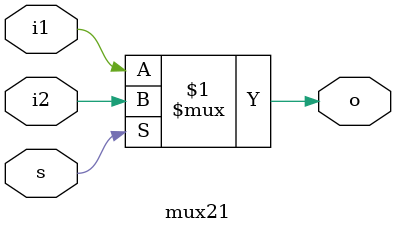
<source format=v>
`timescale 1ns / 1ps

module mux21 (
    input wire i1,    // Đầu vào 1
    input wire i2,    // Đầu vào 2
    input wire s,    // Tín hiệu chọn
    output wire o    // Đầu ra
);

// Logic MUX 2:1
assign o = s ? i2 : i1;

endmodule

</source>
